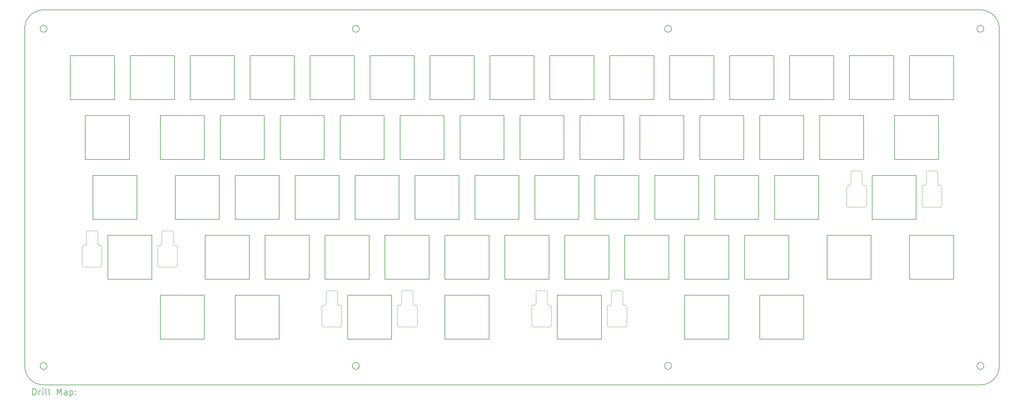
<source format=gbr>
%TF.GenerationSoftware,KiCad,Pcbnew,8.0.7*%
%TF.CreationDate,2025-01-18T14:51:17-06:00*%
%TF.ProjectId,top-plate,746f702d-706c-4617-9465-2e6b69636164,rev?*%
%TF.SameCoordinates,Original*%
%TF.FileFunction,Drillmap*%
%TF.FilePolarity,Positive*%
%FSLAX45Y45*%
G04 Gerber Fmt 4.5, Leading zero omitted, Abs format (unit mm)*
G04 Created by KiCad (PCBNEW 8.0.7) date 2025-01-18 14:51:17*
%MOMM*%
%LPD*%
G01*
G04 APERTURE LIST*
%ADD10C,0.188976*%
%ADD11C,0.050000*%
%ADD12C,0.200000*%
G04 APERTURE END LIST*
D10*
X1943100Y-1922250D02*
X1973800Y-1937950D01*
X1998100Y-1962250D01*
X2013800Y-1992950D01*
X2019200Y-2026950D01*
X2013800Y-2060850D01*
X1998100Y-2091550D01*
X1973800Y-2115850D01*
X1943100Y-2131550D01*
X1909200Y-2136950D01*
X1875200Y-2131550D01*
X1844500Y-2115850D01*
X1820200Y-2091550D01*
X1804500Y-2060850D01*
X1799200Y-2026950D01*
X1804500Y-1992950D01*
X1820200Y-1962250D01*
X1844500Y-1937950D01*
X1875200Y-1922250D01*
X1909200Y-1916950D01*
X1943100Y-1922250D01*
X23687899Y-9994450D02*
X22287899Y-9994450D01*
X22287899Y-8594450D01*
X23687899Y-8594450D01*
X23687899Y-9994450D01*
X26069200Y-11899449D02*
X24669200Y-11899449D01*
X24669200Y-10499450D01*
X26069200Y-10499450D01*
X26069200Y-11899449D01*
X17972900Y-9994450D02*
X16572900Y-9994450D01*
X16572900Y-8594450D01*
X17972900Y-8594450D01*
X17972900Y-9994450D01*
X11868200Y-12647350D02*
X11898800Y-12663050D01*
X11923200Y-12687350D01*
X11938800Y-12718050D01*
X11944200Y-12752050D01*
X11938800Y-12785950D01*
X11923200Y-12816650D01*
X11898800Y-12840950D01*
X11868200Y-12856649D01*
X11834200Y-12862049D01*
X11800200Y-12856649D01*
X11769500Y-12840950D01*
X11745200Y-12816650D01*
X11729600Y-12785950D01*
X11724200Y-12752050D01*
X11729600Y-12718050D01*
X11745200Y-12687350D01*
X11769500Y-12663050D01*
X11800200Y-12647350D01*
X11834200Y-12642050D01*
X11868200Y-12647350D01*
X22735400Y-8089450D02*
X21335400Y-8089450D01*
X21335400Y-6689450D01*
X22735400Y-6689450D01*
X22735400Y-8089450D01*
X18925399Y-8089450D02*
X17525399Y-8089450D01*
X17525399Y-6689450D01*
X18925399Y-6689450D01*
X18925399Y-8089450D01*
X19639801Y-11899449D02*
X18239801Y-11899449D01*
X18239801Y-10499450D01*
X19639801Y-10499450D01*
X19639801Y-11899449D01*
X12972300Y-11899449D02*
X11572300Y-11899449D01*
X11572300Y-10499450D01*
X12972300Y-10499450D01*
X12972300Y-11899449D01*
X7019200Y-11899449D02*
X5619200Y-11899449D01*
X5619200Y-10499450D01*
X7019200Y-10499450D01*
X7019200Y-11899449D01*
X29641000Y-8089450D02*
X28241000Y-8089450D01*
X28241000Y-6689450D01*
X29641000Y-6689450D01*
X29641000Y-8089450D01*
X12734200Y-6184450D02*
X11334200Y-6184450D01*
X11334200Y-4784450D01*
X12734200Y-4784450D01*
X12734200Y-6184450D01*
X28926699Y-4279450D02*
X27526699Y-4279450D01*
X27526699Y-2879450D01*
X28926699Y-2879450D01*
X28926699Y-4279450D01*
X4161700Y-4279450D02*
X2761700Y-4279450D01*
X2761700Y-2879450D01*
X4161700Y-2879450D01*
X4161700Y-4279450D01*
X7495400Y-8089450D02*
X6095400Y-8089450D01*
X6095400Y-6689450D01*
X7495400Y-6689450D01*
X7495400Y-8089450D01*
X21793200Y-12647350D02*
X21823900Y-12663050D01*
X21848201Y-12687350D01*
X21863800Y-12718050D01*
X21869200Y-12752050D01*
X21863800Y-12785950D01*
X21848201Y-12816650D01*
X21823900Y-12840950D01*
X21793200Y-12856649D01*
X21759201Y-12862049D01*
X21725200Y-12856649D01*
X21694600Y-12840950D01*
X21670199Y-12816650D01*
X21654600Y-12785950D01*
X21649200Y-12752050D01*
X21654600Y-12718050D01*
X21670199Y-12687350D01*
X21694600Y-12663050D01*
X21725200Y-12647350D01*
X21759201Y-12642050D01*
X21793200Y-12647350D01*
X6066700Y-4279450D02*
X4666700Y-4279450D01*
X4666700Y-2879450D01*
X6066700Y-2879450D01*
X6066700Y-4279450D01*
X8447900Y-9994450D02*
X7047900Y-9994450D01*
X7047900Y-8594450D01*
X8447900Y-8594450D01*
X8447900Y-9994450D01*
X10352900Y-9994450D02*
X8952900Y-9994450D01*
X8952900Y-8594450D01*
X10352900Y-8594450D01*
X10352900Y-9994450D01*
X7971700Y-4279450D02*
X6571700Y-4279450D01*
X6571700Y-2879450D01*
X7971700Y-2879450D01*
X7971700Y-4279450D01*
X12257900Y-9994450D02*
X10857900Y-9994450D01*
X10857900Y-8594450D01*
X12257900Y-8594450D01*
X12257900Y-9994450D01*
X26069200Y-6184450D02*
X24669200Y-6184450D01*
X24669200Y-4784450D01*
X26069200Y-4784450D01*
X26069200Y-6184450D01*
X7019200Y-6184450D02*
X5619200Y-6184450D01*
X5619200Y-4784450D01*
X7019200Y-4784450D01*
X7019200Y-6184450D01*
X21782901Y-9994450D02*
X20382901Y-9994450D01*
X20382901Y-8594450D01*
X21782901Y-8594450D01*
X21782901Y-9994450D01*
X27974200Y-6184450D02*
X26574099Y-6184450D01*
X26574099Y-4784450D01*
X27974200Y-4784450D01*
X27974200Y-6184450D01*
X13210400Y-8089450D02*
X11810400Y-8089450D01*
X11810400Y-6689450D01*
X13210400Y-6689450D01*
X13210400Y-8089450D01*
X20830400Y-8089450D02*
X19430400Y-8089450D01*
X19430400Y-6689450D01*
X20830400Y-6689450D01*
X20830400Y-8089450D01*
X21793200Y-1922250D02*
X21823900Y-1937950D01*
X21848201Y-1962250D01*
X21863800Y-1992950D01*
X21869200Y-2026950D01*
X21863800Y-2060850D01*
X21848201Y-2091550D01*
X21823900Y-2115850D01*
X21793200Y-2131550D01*
X21759201Y-2136950D01*
X21725200Y-2131550D01*
X21694600Y-2115850D01*
X21670199Y-2091550D01*
X21654600Y-2060850D01*
X21649200Y-2026950D01*
X21654600Y-1992950D01*
X21670199Y-1962250D01*
X21694600Y-1937950D01*
X21725200Y-1922250D01*
X21759201Y-1916950D01*
X21793200Y-1922250D01*
X15591700Y-4279450D02*
X14191700Y-4279450D01*
X14191700Y-2879450D01*
X15591700Y-2879450D01*
X15591700Y-4279450D01*
X23211700Y-4279450D02*
X21811700Y-4279450D01*
X21811700Y-2879450D01*
X23211700Y-2879450D01*
X23211700Y-4279450D01*
X23687899Y-11899449D02*
X22287899Y-11899449D01*
X22287899Y-10499450D01*
X23687899Y-10499450D01*
X23687899Y-11899449D01*
X30831701Y-4279450D02*
X29431701Y-4279450D01*
X29431701Y-2879450D01*
X30831701Y-2879450D01*
X30831701Y-4279450D01*
X16544200Y-6184450D02*
X15144200Y-6184450D01*
X15144200Y-4784450D01*
X16544200Y-4784450D01*
X16544200Y-6184450D01*
X15115400Y-8089450D02*
X13715400Y-8089450D01*
X13715400Y-6689450D01*
X15115400Y-6689450D01*
X15115400Y-8089450D01*
X22259201Y-6184450D02*
X20859201Y-6184450D01*
X20859201Y-4784450D01*
X22259201Y-4784450D01*
X22259201Y-6184450D01*
X24640400Y-8089450D02*
X23240400Y-8089450D01*
X23240400Y-6689450D01*
X24640400Y-6689450D01*
X24640400Y-8089450D01*
X19877900Y-9994450D02*
X18477900Y-9994450D01*
X18477900Y-8594450D01*
X19877900Y-8594450D01*
X19877900Y-9994450D01*
X11868200Y-1922250D02*
X11898800Y-1937950D01*
X11923200Y-1962250D01*
X11938800Y-1992950D01*
X11944200Y-2026950D01*
X11938800Y-2060850D01*
X11923200Y-2091550D01*
X11898800Y-2115850D01*
X11868200Y-2131550D01*
X11834200Y-2136950D01*
X11800200Y-2131550D01*
X11769500Y-2115850D01*
X11745200Y-2091550D01*
X11729600Y-2060850D01*
X11724200Y-2026950D01*
X11729600Y-1992950D01*
X11745200Y-1962250D01*
X11769500Y-1937950D01*
X11800200Y-1922250D01*
X11834200Y-1916950D01*
X11868200Y-1922250D01*
X31718200Y-12647350D02*
X31748901Y-12663050D01*
X31773199Y-12687350D01*
X31788900Y-12718050D01*
X31794299Y-12752050D01*
X31788900Y-12785950D01*
X31773199Y-12816650D01*
X31748901Y-12840950D01*
X31718200Y-12856649D01*
X31684301Y-12862049D01*
X31650299Y-12856649D01*
X31619601Y-12840950D01*
X31595300Y-12816650D01*
X31579599Y-12785950D01*
X31574301Y-12752050D01*
X31579599Y-12718050D01*
X31595300Y-12687350D01*
X31619601Y-12663050D01*
X31650299Y-12647350D01*
X31684301Y-12642050D01*
X31718200Y-12647350D01*
X30355401Y-6184450D02*
X28955401Y-6184450D01*
X28955401Y-4784450D01*
X30355401Y-4784450D01*
X30355401Y-6184450D01*
X17020401Y-8089450D02*
X15620401Y-8089450D01*
X15620401Y-6689450D01*
X17020401Y-6689450D01*
X17020401Y-8089450D01*
X26545401Y-8089450D02*
X25145401Y-8089450D01*
X25145401Y-6689450D01*
X26545401Y-6689450D01*
X26545401Y-8089450D01*
X13686599Y-4279450D02*
X12286600Y-4279450D01*
X12286600Y-2879450D01*
X13686599Y-2879450D01*
X13686599Y-4279450D01*
X25116700Y-4279450D02*
X23716700Y-4279450D01*
X23716700Y-2879450D01*
X25116700Y-2879450D01*
X25116700Y-4279450D01*
X19401700Y-4279450D02*
X18001700Y-4279450D01*
X18001700Y-2879450D01*
X19401700Y-2879450D01*
X19401700Y-4279450D01*
X4876000Y-8089450D02*
X3476000Y-8089450D01*
X3476000Y-6689450D01*
X4876000Y-6689450D01*
X4876000Y-8089450D01*
X4637900Y-6184450D02*
X3237900Y-6184450D01*
X3237900Y-4784450D01*
X4637900Y-4784450D01*
X4637900Y-6184450D01*
X9876700Y-4279450D02*
X8476700Y-4279450D01*
X8476700Y-2879450D01*
X9876700Y-2879450D01*
X9876700Y-4279450D01*
X16067900Y-11899449D02*
X14667900Y-11899449D01*
X14667900Y-10499450D01*
X16067900Y-10499450D01*
X16067900Y-11899449D01*
X30831701Y-9994450D02*
X29431701Y-9994450D01*
X29431701Y-8594450D01*
X30831701Y-8594450D01*
X30831701Y-9994450D01*
X14639199Y-6184450D02*
X13239200Y-6184450D01*
X13239200Y-4784450D01*
X14639199Y-4784450D01*
X14639199Y-6184450D01*
X21306700Y-4279450D02*
X19906700Y-4279450D01*
X19906700Y-2879450D01*
X21306700Y-2879450D01*
X21306700Y-4279450D01*
X31731298Y-1428750D02*
X31778100Y-1434250D01*
X31824301Y-1443450D01*
X31869699Y-1456250D01*
X31913900Y-1472550D01*
X31956601Y-1492250D01*
X31997699Y-1515350D01*
X32036901Y-1541450D01*
X32073901Y-1570650D01*
X32108499Y-1602650D01*
X32140499Y-1637250D01*
X32169699Y-1674250D01*
X32195800Y-1713450D01*
X32218899Y-1754550D01*
X32238601Y-1797250D01*
X32254901Y-1841450D01*
X32267700Y-1886850D01*
X32276901Y-1933050D01*
X32282400Y-1979850D01*
X32284301Y-2026950D01*
X32284301Y-12751950D01*
X32282400Y-12799050D01*
X32276901Y-12845850D01*
X32267700Y-12892050D01*
X32254901Y-12937450D01*
X32238601Y-12981649D01*
X32218899Y-13024349D01*
X32195800Y-13065450D01*
X32169699Y-13104650D01*
X32140499Y-13141650D01*
X32108499Y-13176250D01*
X32073901Y-13208250D01*
X32036901Y-13237450D01*
X31997699Y-13263549D01*
X31956601Y-13286650D01*
X31913900Y-13306349D01*
X31869699Y-13322650D01*
X31824301Y-13335450D01*
X31778100Y-13344650D01*
X31731298Y-13350150D01*
X31684301Y-13351950D01*
X1909200Y-13351950D01*
X1862100Y-13350150D01*
X1815300Y-13344650D01*
X1769100Y-13335450D01*
X1723700Y-13322650D01*
X1679500Y-13306349D01*
X1636800Y-13286650D01*
X1595700Y-13263549D01*
X1556500Y-13237450D01*
X1519500Y-13208250D01*
X1484900Y-13176250D01*
X1452900Y-13141650D01*
X1423700Y-13104650D01*
X1397600Y-13065450D01*
X1374500Y-13024349D01*
X1354800Y-12981649D01*
X1338500Y-12937450D01*
X1325700Y-12892050D01*
X1316500Y-12845850D01*
X1311000Y-12799050D01*
X1309100Y-12751950D01*
X1309200Y-2026850D01*
X1311000Y-1979850D01*
X1316500Y-1933050D01*
X1325700Y-1886850D01*
X1338500Y-1841450D01*
X1354800Y-1797250D01*
X1374500Y-1754550D01*
X1397600Y-1713450D01*
X1423700Y-1674250D01*
X1452900Y-1637250D01*
X1484900Y-1602650D01*
X1519500Y-1570650D01*
X1556500Y-1541450D01*
X1595700Y-1515350D01*
X1636800Y-1492250D01*
X1679500Y-1472550D01*
X1723700Y-1456250D01*
X1769100Y-1443450D01*
X1815300Y-1434250D01*
X1862100Y-1428750D01*
X1909200Y-1426850D01*
X31684301Y-1426850D01*
X31731298Y-1428750D01*
X28212301Y-9994450D02*
X26812301Y-9994450D01*
X26812301Y-8594450D01*
X28212301Y-8594450D01*
X28212301Y-9994450D01*
X17496701Y-4279450D02*
X16096701Y-4279450D01*
X16096701Y-2879450D01*
X17496701Y-2879450D01*
X17496701Y-4279450D01*
X24164199Y-6184450D02*
X22764199Y-6184450D01*
X22764199Y-4784450D01*
X24164199Y-4784450D01*
X24164199Y-6184450D01*
X11781700Y-4279450D02*
X10381700Y-4279450D01*
X10381700Y-2879450D01*
X11781700Y-2879450D01*
X11781700Y-4279450D01*
X1943100Y-12647350D02*
X1973800Y-12663050D01*
X1998100Y-12687350D01*
X2013800Y-12718050D01*
X2019200Y-12752050D01*
X2013800Y-12785950D01*
X1998100Y-12816650D01*
X1973800Y-12840950D01*
X1943100Y-12856649D01*
X1909200Y-12862049D01*
X1875200Y-12856649D01*
X1844500Y-12840950D01*
X1820200Y-12816650D01*
X1804500Y-12785950D01*
X1799200Y-12752050D01*
X1804500Y-12718050D01*
X1820200Y-12687350D01*
X1844500Y-12663050D01*
X1875200Y-12647350D01*
X1909200Y-12642050D01*
X1943100Y-12647350D01*
X25592900Y-9994450D02*
X24192900Y-9994450D01*
X24192900Y-8594450D01*
X25592900Y-8594450D01*
X25592900Y-9994450D01*
X11305400Y-8089450D02*
X9905400Y-8089450D01*
X9905400Y-6689450D01*
X11305400Y-6689450D01*
X11305400Y-8089450D01*
X18449200Y-6184450D02*
X17049200Y-6184450D01*
X17049200Y-4784450D01*
X18449200Y-4784450D01*
X18449200Y-6184450D01*
X9400400Y-11899449D02*
X8000400Y-11899449D01*
X8000400Y-10499450D01*
X9400400Y-10499450D01*
X9400400Y-11899449D01*
X5352300Y-9994450D02*
X3952300Y-9994450D01*
X3952300Y-8594450D01*
X5352300Y-8594450D01*
X5352300Y-9994450D01*
X27021701Y-4279450D02*
X25621701Y-4279450D01*
X25621701Y-2879450D01*
X27021701Y-2879450D01*
X27021701Y-4279450D01*
X9400400Y-8089450D02*
X8000400Y-8089450D01*
X8000400Y-6689450D01*
X9400400Y-6689450D01*
X9400400Y-8089450D01*
X16067900Y-9994450D02*
X14667900Y-9994450D01*
X14667900Y-8594450D01*
X16067900Y-8594450D01*
X16067900Y-9994450D01*
X20354200Y-6184450D02*
X18954200Y-6184450D01*
X18954200Y-4784450D01*
X20354200Y-4784450D01*
X20354200Y-6184450D01*
X10829200Y-6184450D02*
X9429200Y-6184450D01*
X9429200Y-4784450D01*
X10829200Y-4784450D01*
X10829200Y-6184450D01*
X8924200Y-6184450D02*
X7524200Y-6184450D01*
X7524200Y-4784450D01*
X8924200Y-4784450D01*
X8924200Y-6184450D01*
X14162899Y-9994450D02*
X12762900Y-9994450D01*
X12762900Y-8594450D01*
X14162899Y-8594450D01*
X14162899Y-9994450D01*
X31718200Y-1922250D02*
X31748901Y-1937950D01*
X31773199Y-1962250D01*
X31788900Y-1992950D01*
X31794299Y-2026950D01*
X31788900Y-2060850D01*
X31773199Y-2091550D01*
X31748901Y-2115850D01*
X31718200Y-2131550D01*
X31684301Y-2136950D01*
X31650299Y-2131550D01*
X31619601Y-2115850D01*
X31595300Y-2091550D01*
X31579599Y-2060850D01*
X31574301Y-2026950D01*
X31579599Y-1992950D01*
X31595300Y-1962250D01*
X31619601Y-1937950D01*
X31650299Y-1922250D01*
X31684301Y-1916950D01*
X31718200Y-1922250D01*
D11*
X27428300Y-7646400D02*
X27428300Y-7061400D01*
X27478300Y-7011400D02*
X27513300Y-7011400D01*
X27478300Y-7696400D02*
X28008300Y-7696400D01*
X27563300Y-6961400D02*
X27563300Y-6596400D01*
X27613300Y-6546400D02*
X27873300Y-6546400D01*
X27923300Y-6961400D02*
X27923300Y-6596400D01*
X28008300Y-7011400D02*
X27973300Y-7011400D01*
X28058300Y-7646400D02*
X28058300Y-7061400D01*
X29828300Y-7646400D02*
X29828300Y-7061400D01*
X29878300Y-7011400D02*
X29913300Y-7011400D01*
X29963300Y-6961400D02*
X29963300Y-6596400D01*
X30273300Y-6546400D02*
X30013300Y-6546400D01*
X30323300Y-6961400D02*
X30323300Y-6596400D01*
X30408300Y-7011400D02*
X30373300Y-7011400D01*
X30408300Y-7696400D02*
X29878300Y-7696400D01*
X30458300Y-7646400D02*
X30458300Y-7061400D01*
X27428300Y-7061400D02*
G75*
G02*
X27478300Y-7011400I50000J0D01*
G01*
X27478300Y-7696400D02*
G75*
G02*
X27428300Y-7646400I0J50000D01*
G01*
X27563300Y-6596400D02*
G75*
G02*
X27613300Y-6546400I50000J0D01*
G01*
X27563300Y-6961400D02*
G75*
G02*
X27513300Y-7011400I-50000J0D01*
G01*
X27873300Y-6546400D02*
G75*
G02*
X27923300Y-6596400I0J-50000D01*
G01*
X27973300Y-7011400D02*
G75*
G02*
X27923300Y-6961400I0J50000D01*
G01*
X28008300Y-7011400D02*
G75*
G02*
X28058300Y-7061400I0J-50000D01*
G01*
X28058300Y-7646400D02*
G75*
G02*
X28008300Y-7696400I-50000J0D01*
G01*
X29828300Y-7061400D02*
G75*
G02*
X29878300Y-7011400I50000J0D01*
G01*
X29878300Y-7696400D02*
G75*
G02*
X29828300Y-7646400I0J50000D01*
G01*
X29963300Y-6596400D02*
G75*
G02*
X30013300Y-6546400I50000J0D01*
G01*
X29963300Y-6961400D02*
G75*
G02*
X29913300Y-7011400I-50000J0D01*
G01*
X30273300Y-6546400D02*
G75*
G02*
X30323300Y-6596400I0J-50000D01*
G01*
X30373300Y-7011400D02*
G75*
G02*
X30323300Y-6961400I0J50000D01*
G01*
X30408300Y-7011400D02*
G75*
G02*
X30458300Y-7061400I0J-50000D01*
G01*
X30458300Y-7646400D02*
G75*
G02*
X30408300Y-7696400I-50000J0D01*
G01*
X17420700Y-11456400D02*
X17420700Y-10871400D01*
X17470700Y-10821400D02*
X17505700Y-10821400D01*
X17470700Y-11506400D02*
X18000700Y-11506400D01*
X17555700Y-10771400D02*
X17555700Y-10406400D01*
X17605700Y-10356400D02*
X17865700Y-10356400D01*
X17915700Y-10771400D02*
X17915700Y-10406400D01*
X18000700Y-10821400D02*
X17965700Y-10821400D01*
X18050700Y-11456400D02*
X18050700Y-10871400D01*
X19820700Y-11456400D02*
X19820700Y-10871400D01*
X19870700Y-10821400D02*
X19905700Y-10821400D01*
X19955700Y-10771400D02*
X19955700Y-10406400D01*
X20265700Y-10356400D02*
X20005700Y-10356400D01*
X20315700Y-10771400D02*
X20315700Y-10406400D01*
X20400700Y-10821400D02*
X20365700Y-10821400D01*
X20400700Y-11506400D02*
X19870700Y-11506400D01*
X20450700Y-11456400D02*
X20450700Y-10871400D01*
X17420700Y-10871400D02*
G75*
G02*
X17470700Y-10821400I50000J0D01*
G01*
X17470700Y-11506400D02*
G75*
G02*
X17420700Y-11456400I0J50000D01*
G01*
X17555700Y-10406400D02*
G75*
G02*
X17605700Y-10356400I50000J0D01*
G01*
X17555700Y-10771400D02*
G75*
G02*
X17505700Y-10821400I-50000J0D01*
G01*
X17865700Y-10356400D02*
G75*
G02*
X17915700Y-10406400I0J-50000D01*
G01*
X17965700Y-10821400D02*
G75*
G02*
X17915700Y-10771400I0J50000D01*
G01*
X18000700Y-10821400D02*
G75*
G02*
X18050700Y-10871400I0J-50000D01*
G01*
X18050700Y-11456400D02*
G75*
G02*
X18000700Y-11506400I-50000J0D01*
G01*
X19820700Y-10871400D02*
G75*
G02*
X19870700Y-10821400I50000J0D01*
G01*
X19870700Y-11506400D02*
G75*
G02*
X19820700Y-11456400I0J50000D01*
G01*
X19955700Y-10406400D02*
G75*
G02*
X20005700Y-10356400I50000J0D01*
G01*
X19955700Y-10771400D02*
G75*
G02*
X19905700Y-10821400I-50000J0D01*
G01*
X20265700Y-10356400D02*
G75*
G02*
X20315700Y-10406400I0J-50000D01*
G01*
X20365700Y-10821400D02*
G75*
G02*
X20315700Y-10771400I0J50000D01*
G01*
X20400700Y-10821400D02*
G75*
G02*
X20450700Y-10871400I0J-50000D01*
G01*
X20450700Y-11456400D02*
G75*
G02*
X20400700Y-11506400I-50000J0D01*
G01*
X3133200Y-9551400D02*
X3133200Y-8966400D01*
X3183200Y-8916400D02*
X3218200Y-8916400D01*
X3183200Y-9601400D02*
X3713200Y-9601400D01*
X3268200Y-8866400D02*
X3268200Y-8501400D01*
X3318200Y-8451400D02*
X3578200Y-8451400D01*
X3628200Y-8866400D02*
X3628200Y-8501400D01*
X3713200Y-8916400D02*
X3678200Y-8916400D01*
X3763200Y-9551400D02*
X3763200Y-8966400D01*
X5533200Y-9551400D02*
X5533200Y-8966400D01*
X5583200Y-8916400D02*
X5618200Y-8916400D01*
X5668200Y-8866400D02*
X5668200Y-8501400D01*
X5978200Y-8451400D02*
X5718200Y-8451400D01*
X6028200Y-8866400D02*
X6028200Y-8501400D01*
X6113200Y-8916400D02*
X6078200Y-8916400D01*
X6113200Y-9601400D02*
X5583200Y-9601400D01*
X6163200Y-9551400D02*
X6163200Y-8966400D01*
X3133200Y-8966400D02*
G75*
G02*
X3183200Y-8916400I50000J0D01*
G01*
X3183200Y-9601400D02*
G75*
G02*
X3133200Y-9551400I0J50000D01*
G01*
X3268200Y-8501400D02*
G75*
G02*
X3318200Y-8451400I50000J0D01*
G01*
X3268200Y-8866400D02*
G75*
G02*
X3218200Y-8916400I-50000J0D01*
G01*
X3578200Y-8451400D02*
G75*
G02*
X3628200Y-8501400I0J-50000D01*
G01*
X3678200Y-8916400D02*
G75*
G02*
X3628200Y-8866400I0J50000D01*
G01*
X3713200Y-8916400D02*
G75*
G02*
X3763200Y-8966400I0J-50000D01*
G01*
X3763200Y-9551400D02*
G75*
G02*
X3713200Y-9601400I-50000J0D01*
G01*
X5533200Y-8966400D02*
G75*
G02*
X5583200Y-8916400I50000J0D01*
G01*
X5583200Y-9601400D02*
G75*
G02*
X5533200Y-9551400I0J50000D01*
G01*
X5668200Y-8501400D02*
G75*
G02*
X5718200Y-8451400I50000J0D01*
G01*
X5668200Y-8866400D02*
G75*
G02*
X5618200Y-8916400I-50000J0D01*
G01*
X5978200Y-8451400D02*
G75*
G02*
X6028200Y-8501400I0J-50000D01*
G01*
X6078200Y-8916400D02*
G75*
G02*
X6028200Y-8866400I0J50000D01*
G01*
X6113200Y-8916400D02*
G75*
G02*
X6163200Y-8966400I0J-50000D01*
G01*
X6163200Y-9551400D02*
G75*
G02*
X6113200Y-9601400I-50000J0D01*
G01*
X10753200Y-11456400D02*
X10753200Y-10871400D01*
X10803200Y-10821400D02*
X10838200Y-10821400D01*
X10803200Y-11506400D02*
X11333200Y-11506400D01*
X10888200Y-10771400D02*
X10888200Y-10406400D01*
X10938200Y-10356400D02*
X11198200Y-10356400D01*
X11248200Y-10771400D02*
X11248200Y-10406400D01*
X11333200Y-10821400D02*
X11298200Y-10821400D01*
X11383200Y-11456400D02*
X11383200Y-10871400D01*
X13153200Y-11456400D02*
X13153200Y-10871400D01*
X13203200Y-10821400D02*
X13238200Y-10821400D01*
X13288200Y-10771400D02*
X13288200Y-10406400D01*
X13598200Y-10356400D02*
X13338200Y-10356400D01*
X13648200Y-10771400D02*
X13648200Y-10406400D01*
X13733200Y-10821400D02*
X13698200Y-10821400D01*
X13733200Y-11506400D02*
X13203200Y-11506400D01*
X13783200Y-11456400D02*
X13783200Y-10871400D01*
X10753200Y-10871400D02*
G75*
G02*
X10803200Y-10821400I50000J0D01*
G01*
X10803200Y-11506400D02*
G75*
G02*
X10753200Y-11456400I0J50000D01*
G01*
X10888200Y-10406400D02*
G75*
G02*
X10938200Y-10356400I50000J0D01*
G01*
X10888200Y-10771400D02*
G75*
G02*
X10838200Y-10821400I-50000J0D01*
G01*
X11198200Y-10356400D02*
G75*
G02*
X11248200Y-10406400I0J-50000D01*
G01*
X11298200Y-10821400D02*
G75*
G02*
X11248200Y-10771400I0J50000D01*
G01*
X11333200Y-10821400D02*
G75*
G02*
X11383200Y-10871400I0J-50000D01*
G01*
X11383200Y-11456400D02*
G75*
G02*
X11333200Y-11506400I-50000J0D01*
G01*
X13153200Y-10871400D02*
G75*
G02*
X13203200Y-10821400I50000J0D01*
G01*
X13203200Y-11506400D02*
G75*
G02*
X13153200Y-11456400I0J50000D01*
G01*
X13288200Y-10406400D02*
G75*
G02*
X13338200Y-10356400I50000J0D01*
G01*
X13288200Y-10771400D02*
G75*
G02*
X13238200Y-10821400I-50000J0D01*
G01*
X13598200Y-10356400D02*
G75*
G02*
X13648200Y-10406400I0J-50000D01*
G01*
X13698200Y-10821400D02*
G75*
G02*
X13648200Y-10771400I0J50000D01*
G01*
X13733200Y-10821400D02*
G75*
G02*
X13783200Y-10871400I0J-50000D01*
G01*
X13783200Y-11456400D02*
G75*
G02*
X13733200Y-11506400I-50000J0D01*
G01*
D12*
X1560428Y-13672882D02*
X1560428Y-13472882D01*
X1560428Y-13472882D02*
X1608047Y-13472882D01*
X1608047Y-13472882D02*
X1636618Y-13482406D01*
X1636618Y-13482406D02*
X1655666Y-13501454D01*
X1655666Y-13501454D02*
X1665190Y-13520501D01*
X1665190Y-13520501D02*
X1674714Y-13558596D01*
X1674714Y-13558596D02*
X1674714Y-13587168D01*
X1674714Y-13587168D02*
X1665190Y-13625263D01*
X1665190Y-13625263D02*
X1655666Y-13644311D01*
X1655666Y-13644311D02*
X1636618Y-13663358D01*
X1636618Y-13663358D02*
X1608047Y-13672882D01*
X1608047Y-13672882D02*
X1560428Y-13672882D01*
X1760428Y-13672882D02*
X1760428Y-13539549D01*
X1760428Y-13577644D02*
X1769952Y-13558596D01*
X1769952Y-13558596D02*
X1779476Y-13549073D01*
X1779476Y-13549073D02*
X1798523Y-13539549D01*
X1798523Y-13539549D02*
X1817571Y-13539549D01*
X1884237Y-13672882D02*
X1884237Y-13539549D01*
X1884237Y-13472882D02*
X1874714Y-13482406D01*
X1874714Y-13482406D02*
X1884237Y-13491930D01*
X1884237Y-13491930D02*
X1893761Y-13482406D01*
X1893761Y-13482406D02*
X1884237Y-13472882D01*
X1884237Y-13472882D02*
X1884237Y-13491930D01*
X2008047Y-13672882D02*
X1988999Y-13663358D01*
X1988999Y-13663358D02*
X1979476Y-13644311D01*
X1979476Y-13644311D02*
X1979476Y-13472882D01*
X2112809Y-13672882D02*
X2093761Y-13663358D01*
X2093761Y-13663358D02*
X2084237Y-13644311D01*
X2084237Y-13644311D02*
X2084237Y-13472882D01*
X2341380Y-13672882D02*
X2341380Y-13472882D01*
X2341380Y-13472882D02*
X2408047Y-13615739D01*
X2408047Y-13615739D02*
X2474714Y-13472882D01*
X2474714Y-13472882D02*
X2474714Y-13672882D01*
X2655666Y-13672882D02*
X2655666Y-13568120D01*
X2655666Y-13568120D02*
X2646142Y-13549073D01*
X2646142Y-13549073D02*
X2627095Y-13539549D01*
X2627095Y-13539549D02*
X2588999Y-13539549D01*
X2588999Y-13539549D02*
X2569952Y-13549073D01*
X2655666Y-13663358D02*
X2636619Y-13672882D01*
X2636619Y-13672882D02*
X2588999Y-13672882D01*
X2588999Y-13672882D02*
X2569952Y-13663358D01*
X2569952Y-13663358D02*
X2560428Y-13644311D01*
X2560428Y-13644311D02*
X2560428Y-13625263D01*
X2560428Y-13625263D02*
X2569952Y-13606216D01*
X2569952Y-13606216D02*
X2588999Y-13596692D01*
X2588999Y-13596692D02*
X2636619Y-13596692D01*
X2636619Y-13596692D02*
X2655666Y-13587168D01*
X2750904Y-13539549D02*
X2750904Y-13739549D01*
X2750904Y-13549073D02*
X2769952Y-13539549D01*
X2769952Y-13539549D02*
X2808047Y-13539549D01*
X2808047Y-13539549D02*
X2827095Y-13549073D01*
X2827095Y-13549073D02*
X2836618Y-13558596D01*
X2836618Y-13558596D02*
X2846142Y-13577644D01*
X2846142Y-13577644D02*
X2846142Y-13634787D01*
X2846142Y-13634787D02*
X2836618Y-13653835D01*
X2836618Y-13653835D02*
X2827095Y-13663358D01*
X2827095Y-13663358D02*
X2808047Y-13672882D01*
X2808047Y-13672882D02*
X2769952Y-13672882D01*
X2769952Y-13672882D02*
X2750904Y-13663358D01*
X2931857Y-13653835D02*
X2941380Y-13663358D01*
X2941380Y-13663358D02*
X2931857Y-13672882D01*
X2931857Y-13672882D02*
X2922333Y-13663358D01*
X2922333Y-13663358D02*
X2931857Y-13653835D01*
X2931857Y-13653835D02*
X2931857Y-13672882D01*
X2931857Y-13549073D02*
X2941380Y-13558596D01*
X2941380Y-13558596D02*
X2931857Y-13568120D01*
X2931857Y-13568120D02*
X2922333Y-13558596D01*
X2922333Y-13558596D02*
X2931857Y-13549073D01*
X2931857Y-13549073D02*
X2931857Y-13568120D01*
M02*

</source>
